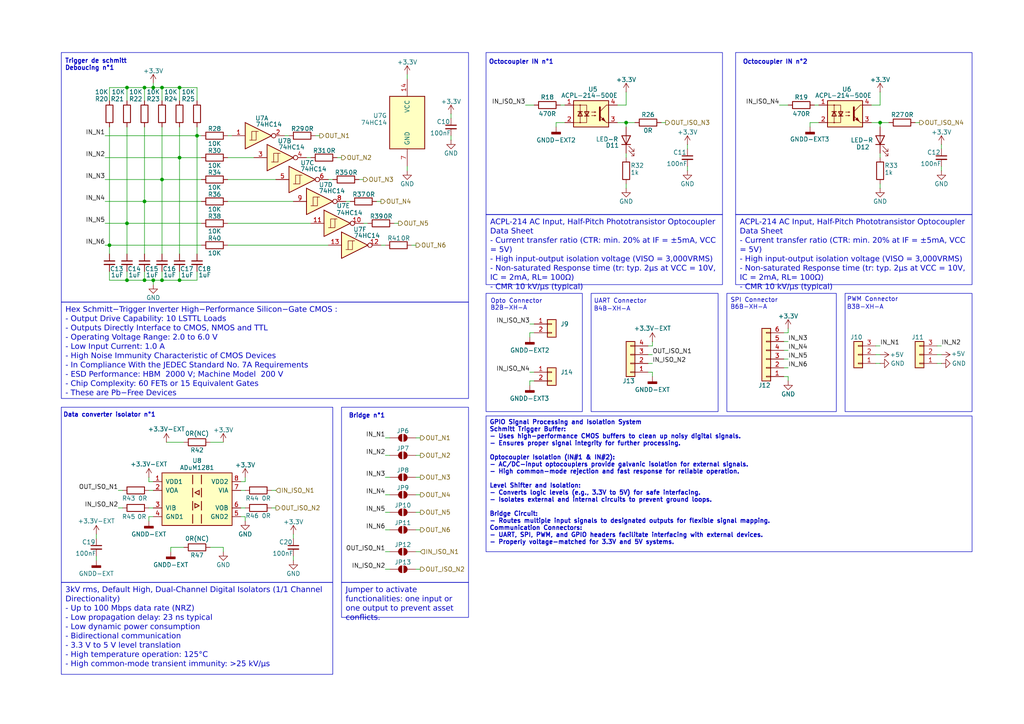
<source format=kicad_sch>
(kicad_sch (version 20231120) (generator "eeschema") (generator_version "8.0")
  (paper "A4")
  (title_block (title "BR-MOTOR : GPIO Sheet") (date "2025-02-23") (rev "V°1"))
  (lib_symbols
    (symbol "74xx:74HC14" (pin_names (offset 1.016))
      (property "Reference" "U" (at 0 1.27 0))
      (property "Value" "74HC14" (at 0 -1.27 0))
      (symbol "74HC14_1_0"
        (pin input line (at -7.62 0 0) (length 3.81) (name "~") (number "1"))
        (pin output inverted (at 7.62 0 180) (length 3.81) (name "~") (number "2"))
      )
      (symbol "74HC14_2_0"
        (pin input line (at -7.62 0 0) (length 3.81) (name "~") (number "3"))
        (pin output inverted (at 7.62 0 180) (length 3.81) (name "~") (number "4"))
      )
      (symbol "74HC14_3_0"
        (pin input line (at -7.62 0 0) (length 3.81) (name "~") (number "5"))
        (pin output inverted (at 7.62 0 180) (length 3.81) (name "~") (number "6"))
      )
      (symbol "74HC14_4_0"
        (pin output inverted (at 7.62 0 180) (length 3.81) (name "~") (number "8"))
        (pin input line (at -7.62 0 0) (length 3.81) (name "~") (number "9"))
      )
      (symbol "74HC14_5_0"
        (pin output inverted (at 7.62 0 180) (length 3.81) (name "~") (number "10"))
        (pin input line (at -7.62 0 0) (length 3.81) (name "~") (number "11"))
      )
      (symbol "74HC14_6_0"
        (pin output inverted (at 7.62 0 180) (length 3.81) (name "~") (number "12"))
        (pin input line (at -7.62 0 0) (length 3.81) (name "~") (number "13"))
      )
      (symbol "74HC14_7_0"
        (pin power_in line (at 0 12.7 270) (length 5.08) (name "VCC") (number "14"))
        (pin power_in line (at 0 -12.7 90) (length 5.08) (name "GND") (number "7"))
      )
    )
    (symbol "Connector_Generic:Conn_01x02" (pin_names (offset 1.016) hide)
      (property "Reference" "J" (at 0 2.54 0))
      (property "Value" "Conn_01x02" (at 0 -5.08 0))
      (symbol "Conn_01x02_1_1"
        (pin passive line (at -5.08 0 0) (length 3.81) (name "Pin_1") (number "1"))
        (pin passive line (at -5.08 -2.54 0) (length 3.81) (name "Pin_2") (number "2"))
      )
    )
    (symbol "Connector_Generic:Conn_01x03" (pin_names (offset 1.016) hide)
      (property "Reference" "J" (at 0 5.08 0))
      (property "Value" "Conn_01x03" (at 0 -5.08 0))
      (symbol "Conn_01x03_1_1"
        (pin passive line (at -5.08 2.54 0) (length 3.81) (name "Pin_1") (number "1"))
        (pin passive line (at -5.08 0 0) (length 3.81) (name "Pin_2") (number "2"))
        (pin passive line (at -5.08 -2.54 0) (length 3.81) (name "Pin_3") (number "3"))
      )
    )
    (symbol "Connector_Generic:Conn_01x04" (pin_names (offset 1.016) hide)
      (property "Reference" "J" (at 0 5.08 0))
      (property "Value" "Conn_01x04" (at 0 -7.62 0))
      (symbol "Conn_01x04_1_1"
        (pin passive line (at -5.08 2.54 0) (length 3.81) (name "Pin_1") (number "1"))
        (pin passive line (at -5.08 0 0) (length 3.81) (name "Pin_2") (number "2"))
        (pin passive line (at -5.08 -2.54 0) (length 3.81) (name "Pin_3") (number "3"))
        (pin passive line (at -5.08 -5.08 0) (length 3.81) (name "Pin_4") (number "4"))
      )
    )
    (symbol "Connector_Generic:Conn_01x06" (pin_names (offset 1.016) hide)
      (property "Reference" "J" (at 0 7.62 0))
      (property "Value" "Conn_01x06" (at 0 -10.16 0))
      (symbol "Conn_01x06_1_1"
        (pin passive line (at -5.08 5.08 0) (length 3.81) (name "Pin_1") (number "1"))
        (pin passive line (at -5.08 2.54 0) (length 3.81) (name "Pin_2") (number "2"))
        (pin passive line (at -5.08 0 0) (length 3.81) (name "Pin_3") (number "3"))
        (pin passive line (at -5.08 -2.54 0) (length 3.81) (name "Pin_4") (number "4"))
        (pin passive line (at -5.08 -5.08 0) (length 3.81) (name "Pin_5") (number "5"))
        (pin passive line (at -5.08 -7.62 0) (length 3.81) (name "Pin_6") (number "6"))
      )
    )
    (symbol "Device:C_Small" (pin_numbers hide) (pin_names (offset 0.254) hide)
      (property "Reference" "C" (at 0.254 1.778 0))
      (property "Value" "C_Small" (at 0.254 -2.032 0))
      (symbol "C_Small_1_1"
        (pin passive line (at 0 2.54 270) (length 2.032) (name "~") (number "1"))
        (pin passive line (at 0 -2.54 90) (length 2.032) (name "~") (number "2"))
      )
    )
    (symbol "Device:LED" (pin_numbers hide) (pin_names (offset 1.016) hide)
      (property "Reference" "D" (at 0 2.54 0))
      (property "Value" "LED" (at 0 -2.54 0))
      (symbol "LED_1_1"
        (pin passive line (at -3.81 0 0) (length 2.54) (name "K") (number "1"))
        (pin passive line (at 3.81 0 180) (length 2.54) (name "A") (number "2"))
      )
    )
    (symbol "Device:R" (pin_numbers hide) (pin_names (offset 0))
      (property "Reference" "R" (at 2.032 0 90))
      (property "Value" "R" (at 0 0 90))
      (symbol "R_1_1"
        (pin passive line (at 0 3.81 270) (length 1.27) (name "~") (number "1"))
        (pin passive line (at 0 -3.81 90) (length 1.27) (name "~") (number "2"))
      )
    )
    (symbol "Isolator:ACPL-214-500E" (pin_names (offset 1.016))
      (property "Reference" "U" (at -5.08 5.08 0))
      (property "Value" "ACPL-214-500E" (at 0 5.08 0))
      (symbol "ACPL-214-500E_1_1"
        (pin passive line (at -7.62 2.54 0) (length 2.54) (name "~") (number "1"))
        (pin passive line (at -7.62 -2.54 0) (length 2.54) (name "~") (number "2"))
        (pin passive line (at 7.62 -2.54 180) (length 2.54) (name "~") (number "3"))
        (pin passive line (at 7.62 2.54 180) (length 2.54) (name "~") (number "4"))
      )
    )
    (symbol "Isolator:ADuM1281" (pin_names (offset 1.016))
      (property "Reference" "U" (at -10.16 8.89 0))
      (property "Value" "ADuM1281" (at -2.032 8.89 0))
      (symbol "ADuM1281_1_1"
        (pin power_in line (at -12.7 5.08 0) (length 2.54) (name "VDD1") (number "1"))
        (pin output line (at -12.7 2.54 0) (length 2.54) (name "VOA") (number "2"))
        (pin input line (at -12.7 -2.54 0) (length 2.54) (name "VIB") (number "3"))
        (pin power_in line (at -12.7 -5.08 0) (length 2.54) (name "GND1") (number "4"))
        (pin power_in line (at 12.7 -5.08 180) (length 2.54) (name "GND2") (number "5"))
        (pin output line (at 12.7 -2.54 180) (length 2.54) (name "VOB") (number "6"))
        (pin input line (at 12.7 2.54 180) (length 2.54) (name "VIA") (number "7"))
        (pin power_in line (at 12.7 5.08 180) (length 2.54) (name "VDD2") (number "8"))
      )
    )
    (symbol "Jumper:SolderJumper_2_Open" (pin_numbers hide) (pin_names (offset 0) hide) (exclude_from_sim yes) (in_bom no)
      (property "Reference" "JP" (at 0 2.032 0))
      (property "Value" "SolderJumper_2_Open" (at 0 -2.54 0))
      (symbol "SolderJumper_2_Open_1_1"
        (pin passive line (at -3.81 0 0) (length 2.54) (name "A") (number "1"))
        (pin passive line (at 3.81 0 180) (length 2.54) (name "B") (number "2"))
      )
    )
    (symbol "power:+3.3V" (power) (pin_numbers hide) (pin_names (offset 0) hide)
      (property "Value" "+3.3V" (at 0 3.556 0))
      (symbol "+3.3V_1_1"
        (pin power_in line (at 0 0 90) (length 0) (name "~") (number "1"))
      )
    )
    (symbol "power:+3.3VA" (power) (pin_numbers hide) (pin_names (offset 0) hide)
      (property "Value" "+3.3VA" (at 0 3.556 0))
      (symbol "+3.3VA_1_1"
        (pin power_in line (at 0 0 90) (length 0) (name "~") (number "1"))
      )
    )
    (symbol "power:+5V" (power) (pin_names (offset 0))
      (property "Value" "+5V" (at 0 3.556 0))
      (symbol "+5V_1_1"
        (pin power_in line (at 0 0 90) (length 0) hide (name "+5V") (number "1"))
      )
    )
    (symbol "power:GND" (power) (pin_numbers hide) (pin_names (offset 0) hide)
      (property "Value" "GND" (at 0 -3.81 0))
      (symbol "GND_1_1"
        (pin power_in line (at 0 0 270) (length 0) (name "~") (number "1"))
      )
    )
    (symbol "power:GNDD" (power) (pin_names (offset 0))
      (property "Value" "GNDD" (at 0 -3.175 0))
      (symbol "GNDD_1_1"
        (pin power_in line (at 0 0 270) (length 0) hide (name "GNDD") (number "1"))
      )
    )
  )
  (junction (at 36.83 81.28))
  (junction (at 181.61 35.56))
  (junction (at 31.75 71.12))
  (junction (at 36.83 64.77))
  (junction (at 44.45 81.28))
  (junction (at 46.99 25.4))
  (junction (at 255.27 35.56))
  (junction (at 46.99 52.07))
  (junction (at 41.91 81.28))
  (junction (at 52.07 81.28))
  (junction (at 46.99 81.28))
  (junction (at 57.15 39.37))
  (junction (at 41.91 25.4))
  (junction (at 36.83 25.4))
  (junction (at 52.07 45.72))
  (junction (at 52.07 25.4))
  (junction (at 41.91 58.42))
  (junction (at 44.45 25.4))
  (wire (pts (xy 228.6 106.68) (xy 227.33 106.68)))
  (wire (pts (xy 66.04 71.12) (xy 95.25 71.12)))
  (wire (pts (xy 162.56 30.48) (xy 163.83 30.48)))
  (wire (pts (xy 43.18 142.24) (xy 44.45 142.24)))
  (wire (pts (xy 44.45 81.28) (xy 41.91 81.28)))
  (wire (pts (xy 130.81 33.02) (xy 130.81 34.29)))
  (wire (pts (xy 228.6 109.22) (xy 228.6 110.49)))
  (wire (pts (xy 36.83 25.4) (xy 36.83 29.21)))
  (wire (pts (xy 31.75 71.12) (xy 31.75 73.66)))
  (wire (pts (xy 120.65 153.67) (xy 121.92 153.67)))
  (wire (pts (xy 255.27 35.56) (xy 257.81 35.56)))
  (wire (pts (xy 187.96 100.33) (xy 189.23 100.33)))
  (wire (pts (xy 111.76 148.59) (xy 113.03 148.59)))
  (wire (pts (xy 271.78 102.87) (xy 273.05 102.87)))
  (wire (pts (xy 57.15 29.21) (xy 57.15 25.4)))
  (wire (pts (xy 52.07 25.4) (xy 52.07 29.21)))
  (wire (pts (xy 31.75 71.12) (xy 58.42 71.12)))
  (wire (pts (xy 64.77 158.75) (xy 64.77 160.02)))
  (wire (pts (xy 52.07 36.83) (xy 52.07 45.72)))
  (wire (pts (xy 252.73 35.56) (xy 255.27 35.56)))
  (wire (pts (xy 113.03 160.02) (xy 111.76 160.02)))
  (wire (pts (xy 43.18 147.32) (xy 44.45 147.32)))
  (wire (pts (xy 252.73 30.48) (xy 255.27 30.48)))
  (wire (pts (xy 255.27 100.33) (xy 254 100.33)))
  (wire (pts (xy 36.83 64.77) (xy 58.42 64.77)))
  (wire (pts (xy 48.26 128.27) (xy 53.34 128.27)))
  (wire (pts (xy 120.65 143.51) (xy 121.92 143.51)))
  (wire (pts (xy 44.45 24.13) (xy 44.45 25.4)))
  (wire (pts (xy 46.99 52.07) (xy 58.42 52.07)))
  (wire (pts (xy 95.25 52.07) (xy 96.52 52.07)))
  (wire (pts (xy 189.23 99.06) (xy 189.23 100.33)))
  (wire (pts (xy 236.22 30.48) (xy 237.49 30.48)))
  (wire (pts (xy 71.12 149.86) (xy 71.12 151.13)))
  (wire (pts (xy 153.67 110.49) (xy 153.67 111.76)))
  (wire (pts (xy 46.99 81.28) (xy 44.45 81.28)))
  (wire (pts (xy 31.75 78.74) (xy 31.75 81.28)))
  (wire (pts (xy 36.83 78.74) (xy 36.83 81.28)))
  (wire (pts (xy 57.15 81.28) (xy 52.07 81.28)))
  (wire (pts (xy 111.76 138.43) (xy 113.03 138.43)))
  (wire (pts (xy 57.15 39.37) (xy 57.15 73.66)))
  (wire (pts (xy 30.48 58.42) (xy 41.91 58.42)))
  (wire (pts (xy 46.99 78.74) (xy 46.99 81.28)))
  (wire (pts (xy 234.95 35.56) (xy 237.49 35.56)))
  (wire (pts (xy 228.6 96.52) (xy 227.33 96.52)))
  (wire (pts (xy 31.75 36.83) (xy 31.75 71.12)))
  (wire (pts (xy 52.07 78.74) (xy 52.07 81.28)))
  (wire (pts (xy 110.49 58.42) (xy 109.22 58.42)))
  (wire (pts (xy 189.23 107.95) (xy 189.23 109.22)))
  (wire (pts (xy 69.85 139.7) (xy 71.12 139.7)))
  (wire (pts (xy 228.6 99.06) (xy 227.33 99.06)))
  (wire (pts (xy 120.65 127) (xy 121.92 127)))
  (wire (pts (xy 255.27 54.61) (xy 255.27 53.34)))
  (wire (pts (xy 78.74 147.32) (xy 80.01 147.32)))
  (wire (pts (xy 121.92 160.02) (xy 120.65 160.02)))
  (wire (pts (xy 60.96 128.27) (xy 64.77 128.27)))
  (wire (pts (xy 255.27 35.56) (xy 255.27 36.83)))
  (wire (pts (xy 105.41 64.77) (xy 106.68 64.77)))
  (wire (pts (xy 179.07 30.48) (xy 181.61 30.48)))
  (wire (pts (xy 66.04 45.72) (xy 73.66 45.72)))
  (wire (pts (xy 57.15 25.4) (xy 52.07 25.4)))
  (wire (pts (xy 41.91 25.4) (xy 44.45 25.4)))
  (wire (pts (xy 43.18 139.7) (xy 44.45 139.7)))
  (wire (pts (xy 30.48 45.72) (xy 52.07 45.72)))
  (wire (pts (xy 104.14 52.07) (xy 105.41 52.07)))
  (wire (pts (xy 114.3 64.77) (xy 115.57 64.77)))
  (wire (pts (xy 85.09 161.29) (xy 85.09 162.56)))
  (wire (pts (xy 199.39 41.91) (xy 199.39 43.18)))
  (wire (pts (xy 82.55 39.37) (xy 83.82 39.37)))
  (wire (pts (xy 30.48 52.07) (xy 46.99 52.07)))
  (wire (pts (xy 153.67 107.95) (xy 154.94 107.95)))
  (wire (pts (xy 111.76 143.51) (xy 113.03 143.51)))
  (wire (pts (xy 66.04 58.42) (xy 85.09 58.42)))
  (wire (pts (xy 118.11 48.26) (xy 118.11 49.53)))
  (wire (pts (xy 30.48 39.37) (xy 57.15 39.37)))
  (wire (pts (xy 273.05 48.26) (xy 273.05 49.53)))
  (wire (pts (xy 271.78 100.33) (xy 273.05 100.33)))
  (wire (pts (xy 187.96 107.95) (xy 189.23 107.95)))
  (wire (pts (xy 111.76 132.08) (xy 113.03 132.08)))
  (wire (pts (xy 181.61 35.56) (xy 181.61 36.83)))
  (wire (pts (xy 66.04 64.77) (xy 90.17 64.77)))
  (wire (pts (xy 36.83 64.77) (xy 36.83 73.66)))
  (wire (pts (xy 66.04 39.37) (xy 67.31 39.37)))
  (wire (pts (xy 110.49 71.12) (xy 111.76 71.12)))
  (wire (pts (xy 88.9 45.72) (xy 90.17 45.72)))
  (wire (pts (xy 152.4 30.48) (xy 154.94 30.48)))
  (wire (pts (xy 100.33 58.42) (xy 101.6 58.42)))
  (wire (pts (xy 228.6 104.14) (xy 227.33 104.14)))
  (wire (pts (xy 255.27 44.45) (xy 255.27 45.72)))
  (wire (pts (xy 273.05 41.91) (xy 273.05 43.18)))
  (wire (pts (xy 57.15 78.74) (xy 57.15 81.28)))
  (wire (pts (xy 49.53 158.75) (xy 49.53 160.02)))
  (wire (pts (xy 119.38 71.12) (xy 120.65 71.12)))
  (wire (pts (xy 130.81 39.37) (xy 130.81 40.64)))
  (wire (pts (xy 69.85 149.86) (xy 71.12 149.86)))
  (wire (pts (xy 97.79 45.72) (xy 99.06 45.72)))
  (wire (pts (xy 60.96 158.75) (xy 64.77 158.75)))
  (wire (pts (xy 161.29 35.56) (xy 163.83 35.56)))
  (wire (pts (xy 66.04 52.07) (xy 80.01 52.07)))
  (wire (pts (xy 187.96 105.41) (xy 189.23 105.41)))
  (wire (pts (xy 153.67 96.52) (xy 153.67 97.79)))
  (wire (pts (xy 179.07 35.56) (xy 181.61 35.56)))
  (wire (pts (xy 34.29 142.24) (xy 35.56 142.24)))
  (wire (pts (xy 120.65 132.08) (xy 121.92 132.08)))
  (wire (pts (xy 30.48 71.12) (xy 31.75 71.12)))
  (wire (pts (xy 34.29 147.32) (xy 35.56 147.32)))
  (wire (pts (xy 41.91 25.4) (xy 41.91 29.21)))
  (wire (pts (xy 120.65 165.1) (xy 121.92 165.1)))
  (wire (pts (xy 71.12 138.43) (xy 71.12 139.7)))
  (wire (pts (xy 254 102.87) (xy 255.27 102.87)))
  (wire (pts (xy 118.11 21.59) (xy 118.11 22.86)))
  (wire (pts (xy 41.91 81.28) (xy 36.83 81.28)))
  (wire (pts (xy 41.91 36.83) (xy 41.91 58.42)))
  (wire (pts (xy 43.18 149.86) (xy 44.45 149.86)))
  (wire (pts (xy 226.06 30.48) (xy 228.6 30.48)))
  (wire (pts (xy 181.61 35.56) (xy 184.15 35.56)))
  (wire (pts (xy 228.6 109.22) (xy 227.33 109.22)))
  (wire (pts (xy 44.45 25.4) (xy 46.99 25.4)))
  (wire (pts (xy 181.61 44.45) (xy 181.61 45.72)))
  (wire (pts (xy 41.91 78.74) (xy 41.91 81.28)))
  (wire (pts (xy 46.99 52.07) (xy 46.99 73.66)))
  (wire (pts (xy 69.85 142.24) (xy 71.12 142.24)))
  (wire (pts (xy 187.96 102.87) (xy 189.23 102.87)))
  (wire (pts (xy 228.6 95.25) (xy 228.6 96.52)))
  (wire (pts (xy 31.75 25.4) (xy 36.83 25.4)))
  (wire (pts (xy 228.6 101.6) (xy 227.33 101.6)))
  (wire (pts (xy 78.74 142.24) (xy 80.01 142.24)))
  (wire (pts (xy 199.39 48.26) (xy 199.39 49.53)))
  (wire (pts (xy 265.43 35.56) (xy 266.7 35.56)))
  (wire (pts (xy 111.76 153.67) (xy 113.03 153.67)))
  (wire (pts (xy 31.75 29.21) (xy 31.75 25.4)))
  (wire (pts (xy 111.76 165.1) (xy 113.03 165.1)))
  (wire (pts (xy 120.65 148.59) (xy 121.92 148.59)))
  (wire (pts (xy 31.75 81.28) (xy 36.83 81.28)))
  (wire (pts (xy 181.61 26.67) (xy 181.61 30.48)))
  (wire (pts (xy 154.94 110.49) (xy 153.67 110.49)))
  (wire (pts (xy 191.77 35.56) (xy 193.04 35.56)))
  (wire (pts (xy 36.83 36.83) (xy 36.83 64.77)))
  (wire (pts (xy 161.29 35.56) (xy 161.29 36.83)))
  (wire (pts (xy 43.18 138.43) (xy 43.18 139.7)))
  (wire (pts (xy 254 105.41) (xy 255.27 105.41)))
  (wire (pts (xy 271.78 105.41) (xy 273.05 105.41)))
  (wire (pts (xy 52.07 45.72) (xy 58.42 45.72)))
  (wire (pts (xy 57.15 39.37) (xy 58.42 39.37)))
  (wire (pts (xy 46.99 36.83) (xy 46.99 52.07)))
  (wire (pts (xy 41.91 25.4) (xy 36.83 25.4)))
  (wire (pts (xy 27.94 161.29) (xy 27.94 162.56)))
  (wire (pts (xy 153.67 93.98) (xy 154.94 93.98)))
  (wire (pts (xy 85.09 154.94) (xy 85.09 156.21)))
  (wire (pts (xy 181.61 54.61) (xy 181.61 53.34)))
  (wire (pts (xy 41.91 58.42) (xy 58.42 58.42)))
  (wire (pts (xy 91.44 39.37) (xy 92.71 39.37)))
  (wire (pts (xy 30.48 64.77) (xy 36.83 64.77)))
  (wire (pts (xy 43.18 151.13) (xy 43.18 149.86)))
  (wire (pts (xy 53.34 158.75) (xy 49.53 158.75)))
  (wire (pts (xy 111.76 127) (xy 113.03 127)))
  (wire (pts (xy 52.07 73.66) (xy 52.07 45.72)))
  (wire (pts (xy 57.15 39.37) (xy 57.15 36.83)))
  (wire (pts (xy 69.85 147.32) (xy 71.12 147.32)))
  (wire (pts (xy 234.95 35.56) (xy 234.95 36.83)))
  (wire (pts (xy 154.94 96.52) (xy 153.67 96.52)))
  (wire (pts (xy 44.45 82.55) (xy 44.45 81.28)))
  (wire (pts (xy 120.65 138.43) (xy 121.92 138.43)))
  (wire (pts (xy 41.91 58.42) (xy 41.91 73.66)))
  (wire (pts (xy 27.94 154.94) (xy 27.94 156.21)))
  (wire (pts (xy 52.07 81.28) (xy 46.99 81.28)))
  (wire (pts (xy 255.27 26.67) (xy 255.27 30.48)))
  (wire (pts (xy 46.99 25.4) (xy 52.07 25.4)))
  (wire (pts (xy 46.99 25.4) (xy 46.99 29.21)))
  (rectangle (start 171.45 85.09) (end 208.28 119.38))
  (rectangle (start 213.36 15.24) (end 281.94 62.23))
  (rectangle (start 17.78 118.11) (end 96.52 168.91))
  (rectangle (start 140.97 15.24) (end 209.55 62.23))
  (rectangle (start 140.97 85.09) (end 168.91 119.38))
  (rectangle (start 99.06 118.11) (end 135.89 168.91))
  (rectangle (start 210.82 85.09) (end 242.57 119.38))
  (rectangle (start 245.11 85.09) (end 281.94 119.38))
  (rectangle (start 17.78 15.24) (end 135.89 87.63))
  (text_box "Hex Schmitt−Trigger Inverter High−Performance Silicon−Gate CMOS :\n- Output Drive Capability: 10 LSTTL Loads\n- Outputs Directly Interface to CMOS, NMOS and TTL\n- Operating Voltage Range: 2.0 to 6.0 V\n- Low Input Current: 1.0 A\n- High Noise Immunity Characteristic of CMOS Devices\n- In Compliance With the JEDEC Standard No. 7A Requirements\n- ESD Performance: HBM  2000 V; Machine Model  200 V\n- Chip Complexity: 60 FETs or 15 Equivalent Gates\n- These are Pb−Free Devices" (at 17.78 87.63 0) (size 118.11 27.94) (effects (font (size 1.6 1.6)) (justify left top)))
  (text_box "3kV rms, Default High, Dual-Channel Digital Isolators (1/1 Channel Directionality)\n- Up to 100 Mbps data rate (NRZ)\n- Low propagation delay: 23 ns typical\n- Low dynamic power consumption\n- Bidirectional communication\n- 3.3 V to 5 V level translation\n- High temperature operation: 125°C\n- High common-mode transient immunity: >25 kV/μs" (at 17.78 168.91 0) (size 78.74 26.67) (effects (font (size 1.6 1.6)) (justify left top)))
  (text_box "ACPL-214 AC Input, Half-Pitch Phototransistor Optocoupler Data Sheet\n- Current transfer ratio (CTR: min. 20% at IF = ±5mA, VCC = 5V)\n- High input-output isolation voltage (VISO = 3,000VRMS)\n- Non-saturated Response time (tr: typ. 2μs at VCC = 10V, IC = 2mA, RL= 100Ω)\n- CMR 10 kV/μs (typical)" (at 213.36 62.23 0) (size 68.58 20.32) (effects (font (size 1.6 1.6)) (justify left top)))
  (text_box "ACPL-214 AC Input, Half-Pitch Phototransistor Optocoupler Data Sheet\n- Current transfer ratio (CTR: min. 20% at IF = ±5mA, VCC = 5V)\n- High input-output isolation voltage (VISO = 3,000VRMS)\n- Non-saturated Response time (tr: typ. 2μs at VCC = 10V, IC = 2mA, RL= 100Ω)\n- CMR 10 kV/μs (typical)" (at 140.97 62.23 0) (size 68.58 20.32) (effects (font (size 1.6 1.6)) (justify left top)))
  (text_box "Jumper to activate functionalities: one input or one output to prevent asset conflicts." (at 99.06 168.91 0) (size 36.83 10.16) (effects (font (size 1.6 1.6)) (justify left top)))
  (text_box "GPIO Signal Processing and Isolation System\nSchmitt Trigger Buffer:\n- Uses high-performance CMOS buffers to clean up noisy digital signals.\n- Ensures proper signal integrity for further processing.\n\nOptocoupler Isolation (IN#1 & IN#2):\n- AC/DC-input optocouplers provide galvanic isolation for external signals.\n- High common-mode rejection and fast response for reliable operation.\n\nLevel Shifter and Isolation:\n- Converts logic levels (e.g., 3.3V to 5V) for safe interfacing.\n- Isolates external and internal circuits to prevent ground loops.\n\nBridge Circuit:\n- Routes multiple input signals to designated outputs for flexible signal mapping.\nCommunication Connectors:\n- UART, SPI, PWM, and GPIO headers facilitate interfacing with external devices.\n- Properly voltage-matched for 3.3V and 5V systems." (at 140.97 120.65 0) (size 140.97 39.37) (effects (font (size 1.27 1.27) (thickness 0.254) (bold yes)) (justify left top)))
  (text "Opto Connector " (at 142.24 88.138 0) (effects (font (size 1.27 1.27) (thickness 0.1588)) (justify left bottom)))
  (text "Octocoupler IN n°2" (at 215.392 18.796 0) (effects (font (size 1.27 1.27) (thickness 0.254) (bold yes)) (justify left bottom)))
  (text "Octocoupler IN n°1\n" (at 141.732 18.796 0) (effects (font (size 1.27 1.27) (thickness 0.254) (bold yes)) (justify left bottom)))
  (text "PWM Connector " (at 245.618 87.63 0) (effects (font (size 1.27 1.27) (thickness 0.1588)) (justify left bottom)))
  (text "UART Connector " (at 172.212 88.138 0) (effects (font (size 1.27 1.27) (thickness 0.1588)) (justify left bottom)))
  (text "Bridge n°1\n" (at 101.092 121.412 0) (effects (font (size 1.27 1.27) (thickness 0.254) (bold yes)) (justify left bottom)))
  (text "B4B-XH-A" (at 177.546 89.662 0) (effects (font (size 1.27 1.27))))
  (text "SPI Connector " (at 211.836 87.884 0) (effects (font (size 1.27 1.27) (thickness 0.1588)) (justify left bottom)))
  (text "B3B-XH-A" (at 250.952 89.154 0) (effects (font (size 1.27 1.27))))
  (text "B2B-XH-A" (at 147.574 89.408 0) (effects (font (size 1.27 1.27))))
  (text "Data converter isolator n°1\n" (at 18.288 121.158 0) (effects (font (size 1.27 1.27) (thickness 0.254) (bold yes)) (justify left bottom)))
  (text "B6B-XH-A" (at 217.17 89.154 0) (effects (font (size 1.27 1.27))))
  (text "Trigger de schmitt \nDeboucing n°1\n" (at 18.796 20.574 0) (effects (font (size 1.27 1.27) (thickness 0.254) (bold yes)) (justify left bottom)))
  (label "IN_N3" (at 228.6 99.06 0))
  (label "IN_ISO_N4" (at 153.67 107.95 180))
  (label "IN_N6" (at 30.48 71.12 180))
  (label "IN_N5" (at 228.6 104.14 0))
  (label "IN_N2" (at 273.05 100.33 0))
  (label "IN_N1" (at 255.27 100.33 0))
  (label "IN_N5" (at 30.48 64.77 180))
  (label "IN_N2" (at 30.48 45.72 180))
  (label "OUT_ISO_N1" (at 189.23 102.87 0))
  (label "IN_N4" (at 30.48 58.42 180))
  (label "IN_N1" (at 30.48 39.37 180))
  (label "IN_N3" (at 111.76 138.43 180))
  (label "IN_ISO_N3" (at 153.67 93.98 180))
  (label "OUT_ISO_N1" (at 111.76 160.02 180))
  (label "OUT_ISO_N1" (at 34.29 142.24 180))
  (label "IN_N4" (at 228.6 101.6 0))
  (label "IN_ISO_N2" (at 189.23 105.41 0))
  (label "IN_N5" (at 111.76 148.59 180))
  (label "IN_N6" (at 228.6 106.68 0))
  (label "IN_ISO_N3" (at 152.4 30.48 180))
  (label "IN_N4" (at 111.76 143.51 180))
  (label "IN_N2" (at 111.76 132.08 180))
  (label "IN_ISO_N2" (at 111.76 165.1 180))
  (label "IN_N1" (at 111.76 127 180))
  (label "IN_ISO_N4" (at 226.06 30.48 180))
  (label "IN_N6" (at 111.76 153.67 180))
  (label "IN_N3" (at 30.48 52.07 180))
  (label "IN_ISO_N2" (at 34.29 147.32 180))
  (hierarchical_label "OUT_N4" (shape output) (at 110.49 58.42 0))
  (hierarchical_label "OUT_N3" (shape output) (at 121.92 138.43 0))
  (hierarchical_label "OUT_ISO_N3" (shape output) (at 193.04 35.56 0))
  (hierarchical_label "OUT_N2" (shape output) (at 121.92 132.08 0))
  (hierarchical_label "OUT_ISO_N2" (shape output) (at 121.92 165.1 0))
  (hierarchical_label "OUT_N5" (shape output) (at 121.92 148.59 0))
  (hierarchical_label "OUT_N4" (shape output) (at 121.92 143.51 0))
  (hierarchical_label "IN_ISO_N1" (shape input) (at 80.01 142.24 0))
  (hierarchical_label "IN_ISO_N1" (shape input) (at 121.92 160.02 0))
  (hierarchical_label "OUT_N6" (shape output) (at 121.92 153.67 0))
  (hierarchical_label "OUT_N3" (shape output) (at 105.41 52.07 0))
  (hierarchical_label "OUT_N1" (shape output) (at 92.71 39.37 0))
  (hierarchical_label "OUT_N2" (shape output) (at 99.06 45.72 0))
  (hierarchical_label "OUT_N6" (shape output) (at 120.65 71.12 0))
  (hierarchical_label "OUT_N5" (shape output) (at 115.57 64.77 0))
  (hierarchical_label "OUT_ISO_N2" (shape output) (at 80.01 147.32 0))
  (hierarchical_label "OUT_N1" (shape output) (at 121.92 127 0))
  (hierarchical_label "OUT_ISO_N4" (shape output) (at 266.7 35.56 0))
  (symbol (lib_id "74xx:74HC14") (at 74.93 39.37 0) (unit 1)
    (property "Reference" "U7" (at 75.946 34.29 0))
    (property "Value" "74HC14" (at 77.978 36.068 0))
    (property "Footprint" "Package_SO:SOIC-14_3.9x8.7mm_P1.27mm" (effects (hide yes)))
    (property "Datasheet" "http://www.ti.com/lit/gpn/sn74HC14" (effects (hide yes)))
    (property "Description" "Hex inverter schmitt trigger" (effects (hide yes)))
  )
  (symbol (lib_id "Device:R") (at 52.07 33.02 0) (unit 1)
    (property "Reference" "R24" (at 49.53 28.702 0))
    (property "Value" "10K" (at 49.53 26.67 0))
    (property "Footprint" "Resistor_SMD:R_0603_1608Metric" (effects (hide yes)))
  )
  (symbol (lib_id "74xx:74HC14") (at 87.63 52.07 0) (unit 3)
    (property "Reference" "U7" (at 89.154 47.244 0))
    (property "Value" "74HC14" (at 90.932 49.022 0))
    (property "Footprint" "Package_SO:SOIC-14_3.9x8.7mm_P1.27mm" (effects (hide yes)))
    (property "Datasheet" "http://www.ti.com/lit/gpn/sn74HC14" (effects (hide yes)))
    (property "Description" "Hex inverter schmitt trigger" (effects (hide yes)))
  )
  (symbol (lib_id "Jumper:SolderJumper_2_Open") (at 116.84 138.43 0) (unit 1) (exclude_from_sim yes) (in_bom no)
    (property "Reference" "JP8" (at 116.84 136.398 0))
    (property "Value" "0R(NC)" (effects (hide yes)))
    (property "Footprint" "Resistor_SMD:R_0603_1608Metric" (effects (hide yes)))
    (property "Description" "Solder Jumper, 2-pole, open" (effects (hide yes)))
  )
  (symbol (lib_id "Connector_Generic:Conn_01x02") (at 160.02 93.98 0) (unit 1)
    (property "Reference" "J9" (at 162.56 93.9799 0) (effects (justify left)))
    (property "Value" "Conn_01x02" (effects (hide yes)))
    (property "Footprint" "Connector_JST:JST_XH_B2B-XH-A_1x02_P2.50mm_Vertical" (effects (hide yes)))
    (property "Description" "Generic connector, single row, 01x02, script generated (kicad-library-utils/schlib/autogen/connector/)" (effects (hide yes)))
  )
  (symbol (lib_id "power:+3.3VA") (at 48.26 128.27 0) (unit 1)
    (property "Reference" "#PWR076" (effects (hide yes)))
    (property "Value" "+3.3V-EXT" (at 48.26 124.46 0))
    (property "Description" "Power symbol creates a global label with name \"+3.3VA\"" (effects (hide yes)))
  )
  (symbol (lib_id "Jumper:SolderJumper_2_Open") (at 116.84 160.02 0) (unit 1) (exclude_from_sim yes) (in_bom no)
    (property "Reference" "JP12" (at 116.84 157.988 0))
    (property "Value" "0R(NC)" (effects (hide yes)))
    (property "Footprint" "Resistor_SMD:R_0603_1608Metric" (effects (hide yes)))
    (property "Description" "Solder Jumper, 2-pole, open" (effects (hide yes)))
  )
  (symbol (lib_id "Jumper:SolderJumper_2_Open") (at 116.84 127 0) (unit 1) (exclude_from_sim yes) (in_bom no)
    (property "Reference" "JP6" (at 116.84 124.968 0))
    (property "Value" "0R(NC)" (effects (hide yes)))
    (property "Footprint" "Resistor_SMD:R_0603_1608Metric" (effects (hide yes)))
    (property "Description" "Solder Jumper, 2-pole, open" (effects (hide yes)))
  )
  (symbol (lib_id "Device:R") (at 255.27 49.53 0) (unit 1)
    (property "Reference" "R33" (at 256.54 48.006 0) (effects (justify left)))
    (property "Value" "1k" (at 256.54 50.038 0) (effects (justify left)))
    (property "Footprint" "Resistor_SMD:R_0603_1608Metric" (effects (hide yes)))
  )
  (symbol (lib_id "Device:C_Small") (at 130.81 36.83 0) (mirror y) (unit 1)
    (property "Reference" "C10" (at 130.556 35.306 0) (effects (justify left)))
    (property "Value" "100nF" (at 130.81 38.608 0) (effects (justify left)))
    (property "Footprint" "Capacitor_SMD:C_0603_1608Metric" (effects (hide yes)))
    (property "Description" "Unpolarized capacitor, small symbol" (effects (hide yes)))
  )
  (symbol (lib_id "Device:R") (at 100.33 52.07 270) (unit 1)
    (property "Reference" "R35" (at 99.06 50.038 90))
    (property "Value" "0R" (at 102.362 50.038 90))
    (property "Footprint" "Resistor_SMD:R_0603_1608Metric" (effects (hide yes)))
  )
  (symbol (lib_id "Device:R") (at 62.23 71.12 270) (unit 1)
    (property "Reference" "R40" (at 62.23 69.088 90))
    (property "Value" "10K" (at 62.23 73.406 90))
    (property "Footprint" "Resistor_SMD:R_0603_1608Metric" (effects (hide yes)))
  )
  (symbol (lib_id "power:+3.3V") (at 273.05 41.91 0) (unit 1) (on_board no)
    (property "Reference" "#PWR058" (effects (hide yes)))
    (property "Value" "+3.3V" (at 273.05 38.354 0))
    (property "Description" "Power symbol creates a global label with name \"+3.3V\"" (effects (hide yes)))
  )
  (symbol (lib_id "Device:R") (at 62.23 45.72 270) (unit 1)
    (property "Reference" "R30" (at 62.23 43.688 90))
    (property "Value" "10K" (at 62.23 48.006 90))
    (property "Footprint" "Resistor_SMD:R_0603_1608Metric" (effects (hide yes)))
  )
  (symbol (lib_id "power:+3.3VA") (at 27.94 154.94 0) (unit 1)
    (property "Reference" "#PWR082" (effects (hide yes)))
    (property "Value" "+3.3V-EXT" (at 27.94 151.13 0))
    (property "Description" "Power symbol creates a global label with name \"+3.3VA\"" (effects (hide yes)))
  )
  (symbol (lib_id "Device:C_Small") (at 46.99 76.2 0) (mirror y) (unit 1)
    (property "Reference" "C16" (at 51.054 77.978 0) (effects (justify left)))
    (property "Value" "1uF" (at 51.054 79.756 0) (effects (justify left)))
    (property "Footprint" "Capacitor_SMD:C_0603_1608Metric" (effects (hide yes)))
    (property "Description" "Unpolarized capacitor, small symbol" (effects (hide yes)))
  )
  (symbol (lib_id "Device:R") (at 57.15 158.75 90) (unit 1)
    (property "Reference" "R47" (at 57.15 161.036 90))
    (property "Value" "0R(NC)" (at 57.15 156.21 90))
    (property "Footprint" "Resistor_SMD:R_0603_1608Metric" (effects (hide yes)))
  )
  (symbol (lib_id "power:+3.3VA") (at 189.23 99.06 0) (unit 1)
    (property "Reference" "#PWR067" (effects (hide yes)))
    (property "Value" "+3.3V-EXT" (at 189.23 95.25 0))
    (property "Description" "Power symbol creates a global label with name \"+3.3VA\"" (effects (hide yes)))
  )
  (symbol (lib_id "power:GND") (at 118.11 49.53 0) (unit 1)
    (property "Reference" "#PWR059" (effects (hide yes)))
    (property "Value" "GND" (at 118.11 53.34 0))
    (property "Description" "Power symbol creates a global label with name \"GND\" , ground" (effects (hide yes)))
  )
  (symbol (lib_id "power:GND") (at 44.45 82.55 0) (unit 1)
    (property "Reference" "#PWR064" (effects (hide yes)))
    (property "Value" "GND" (at 44.45 86.36 0))
    (property "Description" "Power symbol creates a global label with name \"GND\" , ground" (effects (hide yes)))
  )
  (symbol (lib_id "Connector_Generic:Conn_01x03") (at 266.7 102.87 180) (unit 1)
    (property "Reference" "J11" (at 267.97 97.79 0) (effects (justify left)))
    (property "Value" "Conn_01x03" (effects (hide yes)))
    (property "Footprint" "Connector_JST:JST_XH_B3B-XH-A_1x03_P2.50mm_Vertical" (effects (hide yes)))
    (property "Description" "Generic connector, single row, 01x03, script generated (kicad-library-utils/schlib/autogen/connector/)" (effects (hide yes)))
  )
  (symbol (lib_id "Device:C_Small") (at 36.83 76.2 0) (mirror y) (unit 1)
    (property "Reference" "C14" (at 40.894 77.978 0) (effects (justify left)))
    (property "Value" "1uF" (at 40.894 79.756 0) (effects (justify left)))
    (property "Footprint" "Capacitor_SMD:C_0603_1608Metric" (effects (hide yes)))
    (property "Description" "Unpolarized capacitor, small symbol" (effects (hide yes)))
  )
  (symbol (lib_id "power:+3.3V") (at 71.12 138.43 0) (unit 1)
    (property "Reference" "#PWR079" (effects (hide yes)))
    (property "Value" "+3.3V" (at 71.12 134.874 0))
    (property "Description" "Power symbol creates a global label with name \"+3.3V\"" (effects (hide yes)))
  )
  (symbol (lib_id "power:+3.3V") (at 85.09 154.94 0) (unit 1)
    (property "Reference" "#PWR083" (effects (hide yes)))
    (property "Value" "+3.3V" (at 85.09 151.384 0))
    (property "Description" "Power symbol creates a global label with name \"+3.3V\"" (effects (hide yes)))
  )
  (symbol (lib_id "Device:R") (at 57.15 33.02 0) (unit 1)
    (property "Reference" "R25" (at 54.61 28.702 0))
    (property "Value" "10K" (at 54.61 26.67 0))
    (property "Footprint" "Resistor_SMD:R_0603_1608Metric" (effects (hide yes)))
  )
  (symbol (lib_id "power:GNDD") (at 189.23 109.22 0) (unit 1)
    (property "Reference" "#PWR070" (effects (hide yes)))
    (property "Value" "GNDD-EXT" (at 189.23 113.03 0))
  )
  (symbol (lib_id "Device:LED") (at 255.27 40.64 90) (unit 1)
    (property "Reference" "D12" (at 252.222 42.672 90) (effects (justify left)))
    (property "Value" "LED-R" (at 253.238 40.64 90) (effects (justify left)))
    (property "Footprint" "LED_SMD:LED_0603_1608Metric" (effects (hide yes)))
    (property "Description" "Light emitting diode" (effects (hide yes)))
  )
  (symbol (lib_id "power:GNDD") (at 153.67 111.76 0) (unit 1) (on_board no)
    (property "Reference" "#PWR072" (effects (hide yes)))
    (property "Value" "GNDD-EXT3" (at 147.828 115.57 0) (effects (justify left)))
  )
  (symbol (lib_id "Device:C_Small") (at 31.75 76.2 0) (mirror y) (unit 1)
    (property "Reference" "C13" (at 35.814 77.978 0) (effects (justify left)))
    (property "Value" "1uF" (at 35.814 79.756 0) (effects (justify left)))
    (property "Footprint" "Capacitor_SMD:C_0603_1608Metric" (effects (hide yes)))
    (property "Description" "Unpolarized capacitor, small symbol" (effects (hide yes)))
  )
  (symbol (lib_id "Device:R") (at 261.62 35.56 90) (unit 1)
    (property "Reference" "R27" (at 260.35 33.274 90))
    (property "Value" "0R" (at 263.652 33.274 90))
    (property "Footprint" "Resistor_SMD:R_0603_1608Metric" (effects (hide yes)))
  )
  (symbol (lib_id "Device:R") (at 62.23 58.42 270) (unit 1)
    (property "Reference" "R36" (at 62.23 56.388 90))
    (property "Value" "10K" (at 62.23 60.706 90))
    (property "Footprint" "Resistor_SMD:R_0603_1608Metric" (effects (hide yes)))
  )
  (symbol (lib_id "Isolator:ACPL-214-500E") (at 245.11 33.02 0) (unit 1)
    (property "Reference" "U6" (at 245.618 25.908 0))
    (property "Value" "ACPL-214-500E" (at 244.602 27.686 0))
    (property "Footprint" "Package_SO:SOP-4_4.4x2.6mm_P1.27mm" (effects (hide yes)))
    (property "Datasheet" "https://docs.broadcom.com/doc/AV02-0469EN" (effects (hide yes)))
    (property "Description" "AC/DC Phototransistor Optocoupler, Vce 80V, CTR 20-400%, SOP-4" (effects (hide yes)))
  )
  (symbol (lib_id "Device:R") (at 46.99 33.02 0) (unit 1)
    (property "Reference" "R23" (at 44.45 28.702 0))
    (property "Value" "10K" (at 44.45 26.67 0))
    (property "Footprint" "Resistor_SMD:R_0603_1608Metric" (effects (hide yes)))
  )
  (symbol (lib_id "power:+3.3V") (at 118.11 21.59 0) (unit 1)
    (property "Reference" "#PWR049" (effects (hide yes)))
    (property "Value" "+3.3V" (at 118.11 18.034 0))
    (property "Description" "Power symbol creates a global label with name \"+3.3V\"" (effects (hide yes)))
  )
  (symbol (lib_id "power:+3.3V") (at 199.39 41.91 0) (unit 1) (on_board no)
    (property "Reference" "#PWR057" (effects (hide yes)))
    (property "Value" "+3.3V" (at 199.39 38.354 0))
    (property "Description" "Power symbol creates a global label with name \"+3.3V\"" (effects (hide yes)))
  )
  (symbol (lib_id "power:GND") (at 273.05 105.41 90) (unit 1)
    (property "Reference" "#PWR071" (effects (hide yes)))
    (property "Value" "GND" (at 278.13 105.41 90))
    (property "Description" "Power symbol creates a global label with name \"GND\" , ground" (effects (hide yes)))
  )
  (symbol (lib_id "power:GND") (at 273.05 49.53 0) (unit 1) (on_board no)
    (property "Reference" "#PWR061" (effects (hide yes)))
    (property "Value" "GND" (at 273.05 53.34 0))
    (property "Description" "Power symbol creates a global label with name \"GND\" , ground" (effects (hide yes)))
  )
  (symbol (lib_id "power:GND") (at 255.27 54.61 0) (unit 1) (on_board no)
    (property "Reference" "#PWR063" (effects (hide yes)))
    (property "Value" "GND" (at 255.27 58.42 0))
    (property "Description" "Power symbol creates a global label with name \"GND\" , ground" (effects (hide yes)))
  )
  (symbol (lib_id "Device:R") (at 36.83 33.02 0) (unit 1)
    (property "Reference" "R21" (at 34.036 28.702 0))
    (property "Value" "10K" (at 34.29 26.67 0))
    (property "Footprint" "Resistor_SMD:R_0603_1608Metric" (effects (hide yes)))
  )
  (symbol (lib_id "Device:R") (at 187.96 35.56 90) (unit 1)
    (property "Reference" "R26" (at 187.96 33.274 90))
    (property "Value" "0R" (at 187.96 37.846 90))
    (property "Footprint" "Resistor_SMD:R_0603_1608Metric" (effects (hide yes)))
  )
  (symbol (lib_id "Device:R") (at 158.75 30.48 90) (unit 1)
    (property "Reference" "R18" (at 158.75 28.194 90))
    (property "Value" "470R" (at 158.75 33.02 90))
    (property "Footprint" "Resistor_SMD:R_0603_1608Metric" (effects (hide yes)))
  )
  (symbol (lib_id "power:+5V") (at 255.27 102.87 270) (unit 1)
    (property "Reference" "#PWR074" (effects (hide yes)))
    (property "Value" "+5V" (at 260.096 102.87 90))
  )
  (symbol (lib_id "Device:R") (at 39.37 147.32 90) (unit 1)
    (property "Reference" "R45" (at 37.338 149.86 90))
    (property "Value" "0R" (at 41.148 149.86 90))
    (property "Footprint" "Resistor_SMD:R_0603_1608Metric" (effects (hide yes)))
  )
  (symbol (lib_id "Device:R") (at 105.41 58.42 270) (unit 1)
    (property "Reference" "R37" (at 104.14 56.388 90))
    (property "Value" "0R" (at 107.442 56.388 90))
    (property "Footprint" "Resistor_SMD:R_0603_1608Metric" (effects (hide yes)))
  )
  (symbol (lib_id "Device:C_Small") (at 273.05 45.72 0) (mirror y) (unit 1) (on_board no)
    (property "Reference" "C12" (at 272.796 44.196 0) (effects (justify left)))
    (property "Value" "100nF" (at 273.05 47.498 0) (effects (justify left)))
    (property "Footprint" "Capacitor_SMD:C_0603_1608Metric" (effects (hide yes)))
    (property "Description" "Unpolarized capacitor, small symbol" (effects (hide yes)))
  )
  (symbol (lib_id "74xx:74HC14") (at 92.71 58.42 0) (unit 4)
    (property "Reference" "U7" (at 94.488 53.594 0))
    (property "Value" "74HC14" (at 96.266 55.372 0))
    (property "Footprint" "Package_SO:SOIC-14_3.9x8.7mm_P1.27mm" (effects (hide yes)))
    (property "Datasheet" "http://www.ti.com/lit/gpn/sn74HC14" (effects (hide yes)))
    (property "Description" "Hex inverter schmitt trigger" (effects (hide yes)))
  )
  (symbol (lib_id "power:GND") (at 255.27 105.41 90) (unit 1)
    (property "Reference" "#PWR068" (effects (hide yes)))
    (property "Value" "GND" (at 260.35 105.41 90))
    (property "Description" "Power symbol creates a global label with name \"GND\" , ground" (effects (hide yes)))
  )
  (symbol (lib_id "Device:R") (at 181.61 49.53 0) (unit 1)
    (property "Reference" "R32" (at 182.88 48.006 0) (effects (justify left)))
    (property "Value" "1k" (at 182.88 50.038 0) (effects (justify left)))
    (property "Footprint" "Resistor_SMD:R_0603_1608Metric" (effects (hide yes)))
  )
  (symbol (lib_id "Device:C_Small") (at 57.15 76.2 0) (mirror y) (unit 1)
    (property "Reference" "C18" (at 61.214 77.978 0) (effects (justify left)))
    (property "Value" "1uF" (at 61.214 79.756 0) (effects (justify left)))
    (property "Footprint" "Capacitor_SMD:C_0603_1608Metric" (effects (hide yes)))
    (property "Description" "Unpolarized capacitor, small symbol" (effects (hide yes)))
  )
  (symbol (lib_id "Device:R") (at 57.15 128.27 90) (unit 1)
    (property "Reference" "R42" (at 57.15 130.556 90))
    (property "Value" "0R(NC)" (at 57.15 125.73 90))
    (property "Footprint" "Resistor_SMD:R_0603_1608Metric" (effects (hide yes)))
  )
  (symbol (lib_id "power:GND") (at 181.61 54.61 0) (unit 1) (on_board no)
    (property "Reference" "#PWR062" (effects (hide yes)))
    (property "Value" "GND" (at 181.61 58.42 0))
    (property "Description" "Power symbol creates a global label with name \"GND\" , ground" (effects (hide yes)))
  )
  (symbol (lib_id "74xx:74HC14") (at 118.11 35.56 0) (unit 7)
    (property "Reference" "U7" (at 108.204 33.528 0) (effects (justify left)))
    (property "Value" "74HC14" (at 104.648 35.56 0) (effects (justify left)))
    (property "Footprint" "Package_SO:SOIC-14_3.9x8.7mm_P1.27mm" (effects (hide yes)))
    (property "Datasheet" "http://www.ti.com/lit/gpn/sn74HC14" (effects (hide yes)))
    (property "Description" "Hex inverter schmitt trigger" (effects (hide yes)))
  )
  (symbol (lib_id "power:GND") (at 228.6 110.49 0) (unit 1)
    (property "Reference" "#PWR073" (effects (hide yes)))
    (property "Value" "GND" (at 228.6 114.3 0))
    (property "Description" "Power symbol creates a global label with name \"GND\" , ground" (effects (hide yes)))
  )
  (symbol (lib_id "power:GND") (at 199.39 49.53 0) (unit 1) (on_board no)
    (property "Reference" "#PWR060" (effects (hide yes)))
    (property "Value" "GND" (at 199.39 53.34 0))
    (property "Description" "Power symbol creates a global label with name \"GND\" , ground" (effects (hide yes)))
  )
  (symbol (lib_id "power:GND") (at 85.09 162.56 0) (unit 1)
    (property "Reference" "#PWR087" (effects (hide yes)))
    (property "Value" "GND" (at 85.09 166.37 0))
    (property "Description" "Power symbol creates a global label with name \"GND\" , ground" (effects (hide yes)))
  )
  (symbol (lib_id "Device:R") (at 62.23 52.07 270) (unit 1)
    (property "Reference" "R34" (at 62.23 50.038 90))
    (property "Value" "10K" (at 62.23 54.356 90))
    (property "Footprint" "Resistor_SMD:R_0603_1608Metric" (effects (hide yes)))
  )
  (symbol (lib_id "Device:LED") (at 181.61 40.64 90) (unit 1)
    (property "Reference" "D11" (at 179.578 42.164 90) (effects (justify left)))
    (property "Value" "LED-R" (at 179.324 40.386 90) (effects (justify left)))
    (property "Footprint" "LED_SMD:LED_0603_1608Metric" (effects (hide yes)))
    (property "Description" "Light emitting diode" (effects (hide yes)))
  )
  (symbol (lib_id "power:GNDD") (at 161.29 36.83 0) (unit 1) (on_board no)
    (property "Reference" "#PWR054" (effects (hide yes)))
    (property "Value" "GNDD-EXT2" (at 161.29 40.64 0))
  )
  (symbol (lib_id "power:+3.3V") (at 64.77 128.27 0) (unit 1)
    (property "Reference" "#PWR077" (effects (hide yes)))
    (property "Value" "+3.3V" (at 64.77 124.714 0))
    (property "Description" "Power symbol creates a global label with name \"+3.3V\"" (effects (hide yes)))
  )
  (symbol (lib_id "power:GND") (at 71.12 151.13 0) (unit 1)
    (property "Reference" "#PWR081" (effects (hide yes)))
    (property "Value" "GND" (at 71.12 154.94 0))
    (property "Description" "Power symbol creates a global label with name \"GND\" , ground" (effects (hide yes)))
  )
  (symbol (lib_id "power:+3.3V") (at 44.45 24.13 0) (unit 1)
    (property "Reference" "#PWR050" (effects (hide yes)))
    (property "Value" "+3.3V" (at 44.45 20.574 0))
    (property "Description" "Power symbol creates a global label with name \"+3.3V\"" (effects (hide yes)))
  )
  (symbol (lib_id "Jumper:SolderJumper_2_Open") (at 116.84 165.1 0) (unit 1) (exclude_from_sim yes) (in_bom no)
    (property "Reference" "JP13" (at 116.84 163.068 0))
    (property "Value" "0R(NC)" (effects (hide yes)))
    (property "Footprint" "Resistor_SMD:R_0603_1608Metric" (effects (hide yes)))
    (property "Description" "Solder Jumper, 2-pole, open" (effects (hide yes)))
  )
  (symbol (lib_id "Device:C_Small") (at 41.91 76.2 0) (mirror y) (unit 1)
    (property "Reference" "C15" (at 45.974 77.978 0) (effects (justify left)))
    (property "Value" "1uF" (at 45.974 79.756 0) (effects (justify left)))
    (property "Footprint" "Capacitor_SMD:C_0603_1608Metric" (effects (hide yes)))
    (property "Description" "Unpolarized capacitor, small symbol" (effects (hide yes)))
  )
  (symbol (lib_id "Connector_Generic:Conn_01x02") (at 160.02 107.95 0) (unit 1)
    (property "Reference" "J14" (at 162.56 107.9499 0) (effects (justify left)))
    (property "Value" "Conn_01x02" (effects (hide yes)))
    (property "Footprint" "Connector_JST:JST_XH_B2B-XH-A_1x02_P2.50mm_Vertical" (effects (hide yes)))
    (property "Description" "Generic connector, single row, 01x02, script generated (kicad-library-utils/schlib/autogen/connector/)" (effects (hide yes)))
  )
  (symbol (lib_id "Device:C_Small") (at 27.94 158.75 0) (mirror y) (unit 1)
    (property "Reference" "C19" (at 27.686 157.226 0) (effects (justify left)))
    (property "Value" "100nF" (at 27.94 160.528 0) (effects (justify left)))
    (property "Footprint" "Capacitor_SMD:C_0603_1608Metric" (effects (hide yes)))
    (property "Description" "Unpolarized capacitor, small symbol" (effects (hide yes)))
  )
  (symbol (lib_id "Device:C_Small") (at 199.39 45.72 0) (mirror y) (unit 1) (on_board no)
    (property "Reference" "C11" (at 199.136 44.196 0) (effects (justify left)))
    (property "Value" "100nF" (at 199.39 47.498 0) (effects (justify left)))
    (property "Footprint" "Capacitor_SMD:C_0603_1608Metric" (effects (hide yes)))
    (property "Description" "Unpolarized capacitor, small symbol" (effects (hide yes)))
  )
  (symbol (lib_id "power:GNDD") (at 43.18 151.13 0) (unit 1)
    (property "Reference" "#PWR080" (effects (hide yes)))
    (property "Value" "GNDD-EXT" (at 43.18 154.94 0))
  )
  (symbol (lib_id "Device:R") (at 41.91 33.02 0) (unit 1)
    (property "Reference" "R22" (at 39.37 28.702 0))
    (property "Value" "10K" (at 39.37 26.67 0))
    (property "Footprint" "Resistor_SMD:R_0603_1608Metric" (effects (hide yes)))
  )
  (symbol (lib_id "Isolator:ADuM1281") (at 57.15 144.78 0) (unit 1)
    (property "Reference" "U8" (at 57.15 133.604 0))
    (property "Value" "ADuM1281" (at 57.15 135.636 0))
    (property "Footprint" "Package_SO:SOIC-8_3.9x4.9mm_P1.27mm" (effects (hide yes)))
    (property "Datasheet" "https://www.analog.com/media/en/technical-documentation/data-sheets/ADuM1280_1281_1285_1286.pdf" (effects (hide yes)))
    (property "Description" "Dual-channel digital isolator, bidirectional communication, 3V/5V level translation, SOIC-8" (effects (hide yes)))
  )
  (symbol (lib_id "Jumper:SolderJumper_2_Open") (at 116.84 143.51 0) (unit 1) (exclude_from_sim yes) (in_bom no)
    (property "Reference" "JP9" (at 116.84 141.478 0))
    (property "Value" "0R(NC)" (effects (hide yes)))
    (property "Footprint" "Resistor_SMD:R_0603_1608Metric" (effects (hide yes)))
    (property "Description" "Solder Jumper, 2-pole, open" (effects (hide yes)))
  )
  (symbol (lib_id "Device:R") (at 115.57 71.12 270) (unit 1)
    (property "Reference" "R41" (at 114.3 69.088 90))
    (property "Value" "0R" (at 117.602 69.088 90))
    (property "Footprint" "Resistor_SMD:R_0603_1608Metric" (effects (hide yes)))
  )
  (symbol (lib_id "Device:R") (at 62.23 64.77 270) (unit 1)
    (property "Reference" "R38" (at 62.23 62.738 90))
    (property "Value" "10K" (at 62.23 67.056 90))
    (property "Footprint" "Resistor_SMD:R_0603_1608Metric" (effects (hide yes)))
  )
  (symbol (lib_id "power:+3.3V") (at 255.27 26.67 0) (unit 1) (on_board no)
    (property "Reference" "#PWR052" (effects (hide yes)))
    (property "Value" "+3.3V" (at 255.27 23.114 0))
    (property "Description" "Power symbol creates a global label with name \"+3.3V\"" (effects (hide yes)))
  )
  (symbol (lib_id "power:GNDD") (at 27.94 162.56 0) (unit 1)
    (property "Reference" "#PWR086" (effects (hide yes)))
    (property "Value" "GNDD-EXT" (at 27.94 166.37 0))
  )
  (symbol (lib_id "power:GNDD") (at 234.95 36.83 0) (unit 1) (on_board no)
    (property "Reference" "#PWR055" (effects (hide yes)))
    (property "Value" "GNDD-EXT3" (at 229.108 40.386 0) (effects (justify left)))
  )
  (symbol (lib_id "Jumper:SolderJumper_2_Open") (at 116.84 148.59 0) (unit 1) (exclude_from_sim yes) (in_bom no)
    (property "Reference" "JP10" (at 116.84 146.558 0))
    (property "Value" "0R(NC)" (effects (hide yes)))
    (property "Footprint" "Resistor_SMD:R_0603_1608Metric" (effects (hide yes)))
    (property "Description" "Solder Jumper, 2-pole, open" (effects (hide yes)))
  )
  (symbol (lib_id "Device:C_Small") (at 52.07 76.2 0) (mirror y) (unit 1)
    (property "Reference" "C17" (at 56.134 77.978 0) (effects (justify left)))
    (property "Value" "1uF" (at 56.134 79.756 0) (effects (justify left)))
    (property "Footprint" "Capacitor_SMD:C_0603_1608Metric" (effects (hide yes)))
    (property "Description" "Unpolarized capacitor, small symbol" (effects (hide yes)))
  )
  (symbol (lib_id "Jumper:SolderJumper_2_Open") (at 116.84 132.08 0) (unit 1) (exclude_from_sim yes) (in_bom no)
    (property "Reference" "JP7" (at 116.84 130.048 0))
    (property "Value" "0R(NC)" (effects (hide yes)))
    (property "Footprint" "Resistor_SMD:R_0603_1608Metric" (effects (hide yes)))
    (property "Description" "Solder Jumper, 2-pole, open" (effects (hide yes)))
  )
  (symbol (lib_id "Connector_Generic:Conn_01x06") (at 222.25 104.14 180) (unit 1)
    (property "Reference" "J12" (at 223.52 111.76 0) (effects (justify left)))
    (property "Value" "Conn_01x06" (effects (hide yes)))
    (property "Footprint" "Connector_JST:JST_XH_B6B-XH-A_1x06_P2.50mm_Vertical" (effects (hide yes)))
    (property "Description" "Generic connector, single row, 01x06, script generated (kicad-library-utils/schlib/autogen/connector/)" (effects (hide yes)))
  )
  (symbol (lib_id "power:GNDD") (at 49.53 160.02 0) (unit 1)
    (property "Reference" "#PWR084" (effects (hide yes)))
    (property "Value" "GNDD-EXT" (at 49.53 163.83 0))
  )
  (symbol (lib_id "Device:R") (at 110.49 64.77 270) (unit 1)
    (property "Reference" "R39" (at 109.22 62.738 90))
    (property "Value" "0R" (at 112.522 62.738 90))
    (property "Footprint" "Resistor_SMD:R_0603_1608Metric" (effects (hide yes)))
  )
  (symbol (lib_id "Device:R") (at 39.37 142.24 90) (unit 1)
    (property "Reference" "R43" (at 37.338 144.526 90))
    (property "Value" "0R" (at 41.402 144.526 90))
    (property "Footprint" "Resistor_SMD:R_0603_1608Metric" (effects (hide yes)))
  )
  (symbol (lib_id "74xx:74HC14") (at 81.28 45.72 0) (unit 2)
    (property "Reference" "U7" (at 82.55 40.894 0))
    (property "Value" "74HC14" (at 84.582 42.672 0))
    (property "Footprint" "Package_SO:SOIC-14_3.9x8.7mm_P1.27mm" (effects (hide yes)))
    (property "Datasheet" "http://www.ti.com/lit/gpn/sn74HC14" (effects (hide yes)))
    (property "Description" "Hex inverter schmitt trigger" (effects (hide yes)))
  )
  (symbol (lib_id "Device:R") (at 31.75 33.02 0) (unit 1)
    (property "Reference" "R20" (at 29.464 28.702 0))
    (property "Value" "10K" (at 29.464 26.67 0))
    (property "Footprint" "Resistor_SMD:R_0603_1608Metric" (effects (hide yes)))
  )
  (symbol (lib_id "power:GNDD") (at 153.67 97.79 0) (unit 1) (on_board no)
    (property "Reference" "#PWR066" (effects (hide yes)))
    (property "Value" "GNDD-EXT2" (at 153.67 101.6 0))
  )
  (symbol (lib_id "power:+3.3V") (at 130.81 33.02 0) (unit 1)
    (property "Reference" "#PWR053" (effects (hide yes)))
    (property "Value" "+3.3V" (at 130.81 29.464 0))
    (property "Description" "Power symbol creates a global label with name \"+3.3V\"" (effects (hide yes)))
  )
  (symbol (lib_id "Device:R") (at 62.23 39.37 270) (unit 1)
    (property "Reference" "R28" (at 62.23 37.338 90))
    (property "Value" "10K" (at 62.23 41.656 90))
    (property "Footprint" "Resistor_SMD:R_0603_1608Metric" (effects (hide yes)))
  )
  (symbol (lib_id "Device:R") (at 93.98 45.72 270) (unit 1)
    (property "Reference" "R31" (at 92.71 43.688 90))
    (property "Value" "0R" (at 96.012 43.688 90))
    (property "Footprint" "Resistor_SMD:R_0603_1608Metric" (effects (hide yes)))
  )
  (symbol (lib_id "Device:R") (at 87.63 39.37 270) (unit 1)
    (property "Reference" "R29" (at 86.36 37.338 90))
    (property "Value" "0R" (at 89.662 37.338 90))
    (property "Footprint" "Resistor_SMD:R_0603_1608Metric" (effects (hide yes)))
  )
  (symbol (lib_id "Isolator:ACPL-214-500E") (at 171.45 33.02 0) (unit 1)
    (property "Reference" "U5" (at 171.958 25.908 0))
    (property "Value" "ACPL-214-500E" (at 170.942 27.686 0))
    (property "Footprint" "Package_SO:SOP-4_4.4x2.6mm_P1.27mm" (effects (hide yes)))
    (property "Datasheet" "https://docs.broadcom.com/doc/AV02-0469EN" (effects (hide yes)))
    (property "Description" "AC/DC Phototransistor Optocoupler, Vce 80V, CTR 20-400%, SOP-4" (effects (hide yes)))
  )
  (symbol (lib_id "power:GND") (at 64.77 160.02 0) (unit 1)
    (property "Reference" "#PWR085" (effects (hide yes)))
    (property "Value" "GND" (at 64.77 163.83 0))
    (property "Description" "Power symbol creates a global label with name \"GND\" , ground" (effects (hide yes)))
  )
  (symbol (lib_id "Device:R") (at 74.93 147.32 90) (unit 1)
    (property "Reference" "R46" (at 73.152 149.606 90))
    (property "Value" "0R" (at 77.216 149.606 90))
    (property "Footprint" "Resistor_SMD:R_0603_1608Metric" (effects (hide yes)))
  )
  (symbol (lib_id "Jumper:SolderJumper_2_Open") (at 116.84 153.67 0) (unit 1) (exclude_from_sim yes) (in_bom no)
    (property "Reference" "JP11" (at 116.84 151.638 0))
    (property "Value" "0R(NC)" (effects (hide yes)))
    (property "Footprint" "Resistor_SMD:R_0603_1608Metric" (effects (hide yes)))
    (property "Description" "Solder Jumper, 2-pole, open" (effects (hide yes)))
  )
  (symbol (lib_id "74xx:74HC14") (at 102.87 71.12 0) (unit 6)
    (property "Reference" "U7" (at 104.394 66.548 0))
    (property "Value" "74HC14" (at 106.426 68.326 0))
    (property "Footprint" "Package_SO:SOIC-14_3.9x8.7mm_P1.27mm" (effects (hide yes)))
    (property "Datasheet" "http://www.ti.com/lit/gpn/sn74HC14" (effects (hide yes)))
    (property "Description" "Hex inverter schmitt trigger" (effects (hide yes)))
  )
  (symbol (lib_id "power:+5V") (at 273.05 102.87 270) (unit 1)
    (property "Reference" "#PWR069" (effects (hide yes)))
    (property "Value" "+5V" (at 277.876 102.616 90))
  )
  (symbol (lib_id "74xx:74HC14") (at 97.79 64.77 0) (unit 5)
    (property "Reference" "U7" (at 99.568 59.69 0))
    (property "Value" "74HC14" (at 101.346 61.722 0))
    (property "Footprint" "Package_SO:SOIC-14_3.9x8.7mm_P1.27mm" (effects (hide yes)))
    (property "Datasheet" "http://www.ti.com/lit/gpn/sn74HC14" (effects (hide yes)))
    (property "Description" "Hex inverter schmitt trigger" (effects (hide yes)))
  )
  (symbol (lib_id "Device:R") (at 232.41 30.48 90) (unit 1)
    (property "Reference" "R19" (at 232.41 28.194 90))
    (property "Value" "470R" (at 232.41 33.02 90))
    (property "Footprint" "Resistor_SMD:R_0603_1608Metric" (effects (hide yes)))
  )
  (symbol (lib_id "power:+3.3V") (at 181.61 26.67 0) (unit 1) (on_board no)
    (property "Reference" "#PWR051" (effects (hide yes)))
    (property "Value" "+3.3V" (at 181.61 23.114 0))
    (property "Description" "Power symbol creates a global label with name \"+3.3V\"" (effects (hide yes)))
  )
  (symbol (lib_id "Device:R") (at 74.93 142.24 90) (unit 1)
    (property "Reference" "R44" (at 73.152 144.526 90))
    (property "Value" "0R" (at 77.216 144.526 90))
    (property "Footprint" "Resistor_SMD:R_0603_1608Metric" (effects (hide yes)))
  )
  (symbol (lib_id "power:+3.3V") (at 228.6 95.25 0) (unit 1) (on_board no)
    (property "Reference" "#PWR065" (effects (hide yes)))
    (property "Value" "+3.3V" (at 228.6 91.694 0))
    (property "Description" "Power symbol creates a global label with name \"+3.3V\"" (effects (hide yes)))
  )
  (symbol (lib_id "Connector_Generic:Conn_01x04") (at 182.88 105.41 180) (unit 1)
    (property "Reference" "J13" (at 184.15 110.49 0) (effects (justify left)))
    (property "Value" "Conn_01x04" (effects (hide yes)))
    (property "Footprint" "Connector_JST:JST_XH_B4B-XH-A_1x04_P2.50mm_Vertical" (effects (hide yes)))
    (property "Description" "Generic connector, single row, 01x04, script generated (kicad-library-utils/schlib/autogen/connector/)" (effects (hide yes)))
  )
  (symbol (lib_id "power:GND") (at 130.81 40.64 0) (unit 1)
    (property "Reference" "#PWR056" (effects (hide yes)))
    (property "Value" "GND" (at 130.81 44.45 0))
    (property "Description" "Power symbol creates a global label with name \"GND\" , ground" (effects (hide yes)))
  )
  (symbol (lib_id "Connector_Generic:Conn_01x03") (at 248.92 102.87 180) (unit 1)
    (property "Reference" "J10" (at 250.19 97.79 0) (effects (justify left)))
    (property "Value" "Conn_01x03" (effects (hide yes)))
    (property "Footprint" "Connector_JST:JST_XH_B3B-XH-A_1x03_P2.50mm_Vertical" (effects (hide yes)))
    (property "Description" "Generic connector, single row, 01x03, script generated (kicad-library-utils/schlib/autogen/connector/)" (effects (hide yes)))
  )
  (symbol (lib_id "power:+3.3VA") (at 43.18 138.43 0) (unit 1)
    (property "Reference" "#PWR078" (effects (hide yes)))
    (property "Value" "+3.3V-EXT" (at 43.18 134.62 0))
    (property "Description" "Power symbol creates a global label with name \"+3.3VA\"" (effects (hide yes)))
  )
  (symbol (lib_id "Device:C_Small") (at 85.09 158.75 0) (mirror y) (unit 1)
    (property "Reference" "C20" (at 84.836 157.226 0) (effects (justify left)))
    (property "Value" "100nF" (at 85.09 160.528 0) (effects (justify left)))
    (property "Footprint" "Capacitor_SMD:C_0603_1608Metric" (effects (hide yes)))
    (property "Description" "Unpolarized capacitor, small symbol" (effects (hide yes)))
  )
)
</source>
